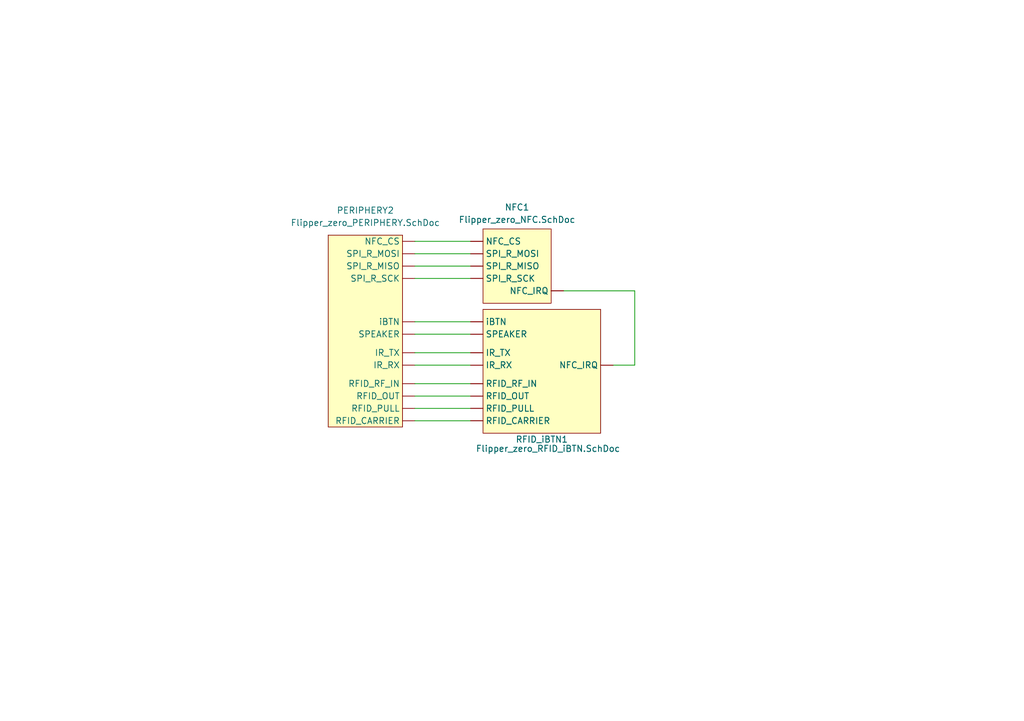
<source format=kicad_sch>
(kicad_sch (version 20230121) (generator eeschema)
  (paper "A5")
  (title_block (title "Flipper Device DIY") (rev "13.F7B9C6") (company "Originally from : Flipper Devices Inc.") (comment 1 "DIY Version 1.0"))
  (lib_symbols
    (symbol "Flipper_Zero_Lib:NFC_BLOCK" (in_bom no) (on_board no)
      (property "Reference" "NFC" (at -1.27 5.08 0))
      (property "Value" "Flipper_zero_NFC.SchDoc" (at 8.89 2.54 0))
      (symbol "NFC_BLOCK_1_1"
        (rectangle (start 0 0) (end 13.97 -15.24) (fill (type background)))
        (pin input line (at -2.54 -2.54 0) (length 2.54) (name "NFC_CS") (number ""))
        (pin output line (at 16.51 -12.7 180) (length 2.54) (name "NFC_IRQ") (number ""))
        (pin output line (at -2.54 -7.62 0) (length 2.54) (name "SPI_R_MISO") (number ""))
        (pin input line (at -2.54 -5.08 0) (length 2.54) (name "SPI_R_MOSI") (number ""))
        (pin input line (at -2.54 -10.16 0) (length 2.54) (name "SPI_R_SCK") (number ""))
      )
    )
    (symbol "Flipper_Zero_Lib:PERIPHERY_BLOCK" (in_bom no) (on_board no)
      (property "Reference" "PERIPHERY" (at -5.08 7.62 0))
      (property "Value" "Flipper_zero_PERIPHERY.SchDoc" (at 5.08 5.08 0))
      (symbol "PERIPHERY_BLOCK_1_1"
        (rectangle (start -15.24 2.54) (end 0 -36.83) (fill (type background)))
        (pin input line (at 2.54 -24.13 180) (length 2.54) (name "IR_RX") (number ""))
        (pin output line (at 2.54 -21.59 180) (length 2.54) (name "IR_TX") (number ""))
        (pin output line (at 2.54 1.27 180) (length 2.54) (name "NFC_CS") (number ""))
        (pin input line (at 2.54 -35.56 180) (length 2.54) (name "RFID_CARRIER") (number ""))
        (pin output line (at 2.54 -30.48 180) (length 2.54) (name "RFID_OUT") (number ""))
        (pin output line (at 2.54 -33.02 180) (length 2.54) (name "RFID_PULL") (number ""))
        (pin input line (at 2.54 -27.94 180) (length 2.54) (name "RFID_RF_IN") (number ""))
        (pin output line (at 2.54 -17.78 180) (length 2.54) (name "SPEAKER") (number ""))
        (pin input line (at 2.54 -3.81 180) (length 2.54) (name "SPI_R_MISO") (number ""))
        (pin output line (at 2.54 -1.27 180) (length 2.54) (name "SPI_R_MOSI") (number ""))
        (pin output line (at 2.54 -6.35 180) (length 2.54) (name "SPI_R_SCK") (number ""))
        (pin bidirectional line (at 2.54 -15.24 180) (length 2.54) (name "iBTN") (number ""))
      )
    )
    (symbol "Flipper_Zero_Lib:RFID_iBTN_BLOCK" (in_bom no) (on_board no)
      (property "Reference" "RFID_iBTN" (at 1.27 2.54 0))
      (property "Value" "Flipper_zero_RFID_iBTN.SchDoc" (at 1.27 0 0))
      (symbol "RFID_iBTN_BLOCK_1_1"
        (rectangle (start -10.16 -1.27) (end 13.97 -26.67) (fill (type background)))
        (pin output line (at -12.7 -12.7 0) (length 2.54) (name "IR_RX") (number ""))
        (pin input line (at -12.7 -10.16 0) (length 2.54) (name "IR_TX") (number ""))
        (pin input line (at 16.51 -12.7 180) (length 2.54) (name "NFC_IRQ") (number ""))
        (pin output line (at -12.7 -24.13 0) (length 2.54) (name "RFID_CARRIER") (number ""))
        (pin input line (at -12.7 -19.05 0) (length 2.54) (name "RFID_OUT") (number ""))
        (pin input line (at -12.7 -21.59 0) (length 2.54) (name "RFID_PULL") (number ""))
        (pin output line (at -12.7 -16.51 0) (length 2.54) (name "RFID_RF_IN") (number ""))
        (pin input line (at -12.7 -6.35 0) (length 2.54) (name "SPEAKER") (number ""))
        (pin bidirectional line (at -12.7 -3.81 0) (length 2.54) (name "iBTN") (number ""))
      )
    )
  )
  (wire (pts (xy 85.09 81.28) (xy 96.52 81.28)))
  (wire (pts (xy 115.57 59.69) (xy 130.175 59.69)))
  (wire (pts (xy 85.09 49.53) (xy 96.52 49.53)))
  (wire (pts (xy 130.175 59.69) (xy 130.175 74.93)))
  (wire (pts (xy 85.09 68.58) (xy 96.52 68.58)))
  (wire (pts (xy 130.175 74.93) (xy 125.73 74.93)))
  (wire (pts (xy 85.09 57.15) (xy 96.52 57.15)))
  (wire (pts (xy 85.09 78.74) (xy 96.52 78.74)))
  (wire (pts (xy 85.09 86.36) (xy 96.52 86.36)))
  (wire (pts (xy 85.09 54.61) (xy 96.52 54.61)))
  (wire (pts (xy 85.09 66.04) (xy 96.52 66.04)))
  (wire (pts (xy 85.09 52.07) (xy 96.52 52.07)))
  (wire (pts (xy 85.09 74.93) (xy 96.52 74.93)))
  (wire (pts (xy 85.09 83.82) (xy 96.52 83.82)))
  (wire (pts (xy 85.09 72.39) (xy 96.52 72.39)))
  (symbol (lib_id "Flipper_Zero_Lib:NFC_BLOCK") (at 99.06 46.99 0) (unit 1) (in_bom no) (on_board no)
    (property "Reference" "NFC1" (at 106.045 42.545 0))
    (property "Value" "Flipper_zero_NFC.SchDoc" (at 106.045 45.085 0))
  )
  (symbol (lib_id "Flipper_Zero_Lib:PERIPHERY_BLOCK") (at 82.55 50.8 0) (unit 1) (in_bom no) (on_board no)
    (property "Reference" "PERIPHERY2" (at 74.93 43.18 0))
    (property "Value" "Flipper_zero_PERIPHERY.SchDoc" (at 74.93 45.72 0))
  )
  (symbol (lib_id "Flipper_Zero_Lib:RFID_iBTN_BLOCK") (at 109.22 62.23 0) (unit 1) (in_bom no) (on_board no)
    (property "Reference" "RFID_iBTN1" (at 111.125 90.17 0))
    (property "Value" "Flipper_zero_RFID_iBTN.SchDoc" (at 112.395 92.075 0))
  )
)
</source>
